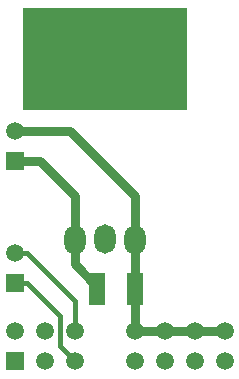
<source format=gbl>
G04 Layer_Physical_Order=2*
G04 Layer_Color=16711680*
%FSLAX23Y23*%
%MOIN*%
G70*
G01*
G75*
%ADD11R,0.057X0.106*%
%ADD13C,0.031*%
%ADD14C,0.010*%
%ADD17O,0.071X0.098*%
%ADD18R,0.059X0.059*%
%ADD19C,0.059*%
%ADD20R,0.059X0.059*%
%ADD21C,0.050*%
%ADD22C,0.016*%
%ADD23R,0.551X0.339*%
D11*
X338Y305D02*
D03*
X464D02*
D03*
D13*
X336Y305D02*
Y316D01*
X264Y388D02*
X336Y316D01*
X264Y388D02*
Y470D01*
Y615D01*
X148Y731D02*
X264Y615D01*
X64Y731D02*
X148D01*
X464Y440D02*
Y617D01*
X249Y832D02*
X464Y617D01*
X76Y832D02*
X249D01*
X70Y826D02*
X76Y832D01*
X464Y165D02*
X564D01*
X664D01*
X764D01*
X464D02*
Y440D01*
X55Y722D02*
X75D01*
D14*
X464Y440D02*
X464Y440D01*
D17*
X264Y470D02*
D03*
X364Y472D02*
D03*
X464Y470D02*
D03*
D18*
X64Y731D02*
D03*
Y325D02*
D03*
D19*
Y831D02*
D03*
Y425D02*
D03*
Y165D02*
D03*
X164Y65D02*
D03*
Y165D02*
D03*
X264Y65D02*
D03*
Y165D02*
D03*
X464Y65D02*
D03*
Y165D02*
D03*
X564Y65D02*
D03*
Y165D02*
D03*
X664Y65D02*
D03*
Y165D02*
D03*
X764Y65D02*
D03*
Y165D02*
D03*
D20*
X64Y65D02*
D03*
D21*
X264Y1061D02*
D03*
X362D02*
D03*
X461D02*
D03*
Y1159D02*
D03*
X362D02*
D03*
X264D02*
D03*
D22*
X64Y425D02*
X104D01*
X64Y325D02*
X104D01*
X214Y215D01*
Y115D02*
Y215D01*
X264Y165D02*
Y265D01*
X104Y425D02*
X264Y265D01*
X214Y115D02*
X264Y65D01*
D23*
X364Y1071D02*
D03*
M02*

</source>
